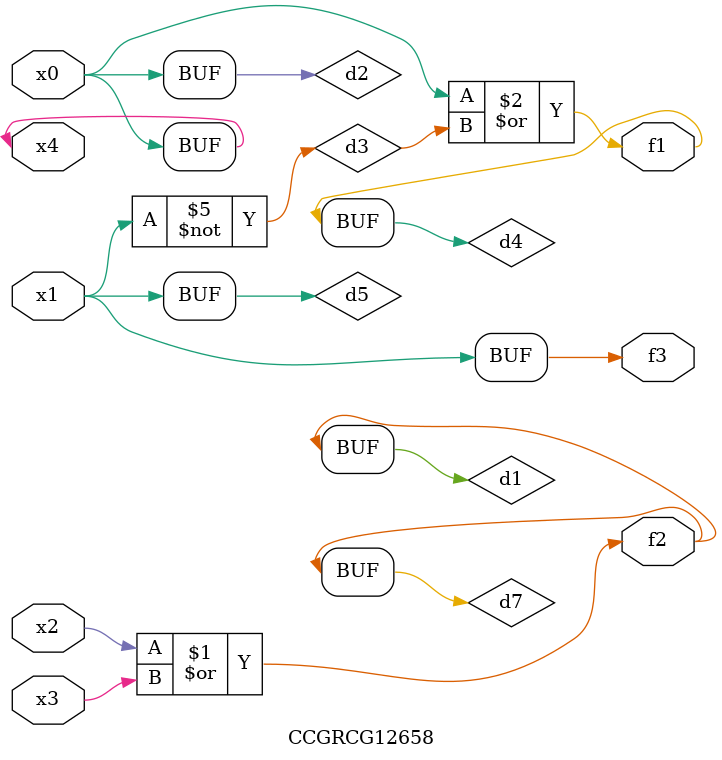
<source format=v>
module CCGRCG12658(
	input x0, x1, x2, x3, x4,
	output f1, f2, f3
);

	wire d1, d2, d3, d4, d5, d6, d7;

	or (d1, x2, x3);
	buf (d2, x0, x4);
	not (d3, x1);
	or (d4, d2, d3);
	not (d5, d3);
	nand (d6, d1, d3);
	or (d7, d1);
	assign f1 = d4;
	assign f2 = d7;
	assign f3 = d5;
endmodule

</source>
